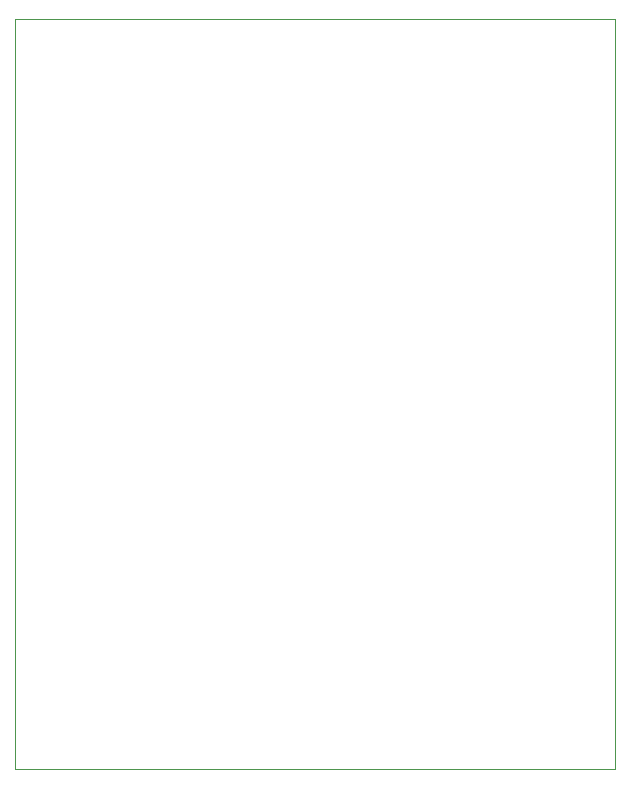
<source format=gbr>
%TF.GenerationSoftware,KiCad,Pcbnew,9.0.7-9.0.7~ubuntu24.04.1*%
%TF.CreationDate,2026-02-13T13:47:41-05:00*%
%TF.ProjectId,ControlPanelRTC,436f6e74-726f-46c5-9061-6e656c525443,rev?*%
%TF.SameCoordinates,Original*%
%TF.FileFunction,Profile,NP*%
%FSLAX46Y46*%
G04 Gerber Fmt 4.6, Leading zero omitted, Abs format (unit mm)*
G04 Created by KiCad (PCBNEW 9.0.7-9.0.7~ubuntu24.04.1) date 2026-02-13 13:47:41*
%MOMM*%
%LPD*%
G01*
G04 APERTURE LIST*
%TA.AperFunction,Profile*%
%ADD10C,0.050000*%
%TD*%
G04 APERTURE END LIST*
D10*
X118110000Y-41275000D02*
X168910000Y-41275000D01*
X168910000Y-104775000D01*
X118110000Y-104775000D01*
X118110000Y-41275000D01*
M02*

</source>
